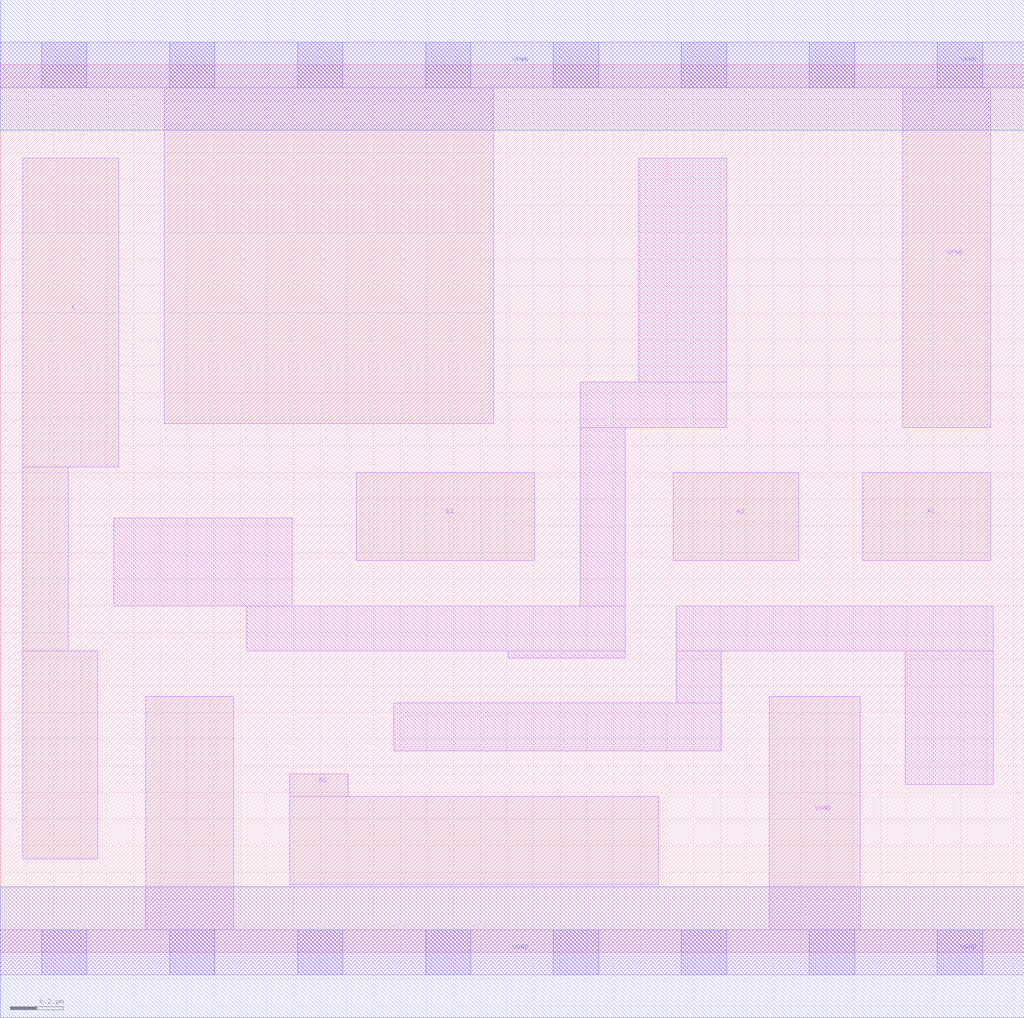
<source format=lef>
# Copyright 2020 The SkyWater PDK Authors
#
# Licensed under the Apache License, Version 2.0 (the "License");
# you may not use this file except in compliance with the License.
# You may obtain a copy of the License at
#
#     https://www.apache.org/licenses/LICENSE-2.0
#
# Unless required by applicable law or agreed to in writing, software
# distributed under the License is distributed on an "AS IS" BASIS,
# WITHOUT WARRANTIES OR CONDITIONS OF ANY KIND, either express or implied.
# See the License for the specific language governing permissions and
# limitations under the License.
#
# SPDX-License-Identifier: Apache-2.0

VERSION 5.7 ;
  NAMESCASESENSITIVE ON ;
  NOWIREEXTENSIONATPIN ON ;
  DIVIDERCHAR "/" ;
  BUSBITCHARS "[]" ;
UNITS
  DATABASE MICRONS 200 ;
END UNITS
MACRO sky130_fd_sc_ls__o22a_1
  CLASS CORE ;
  SOURCE USER ;
  FOREIGN sky130_fd_sc_ls__o22a_1 ;
  ORIGIN  0.000000  0.000000 ;
  SIZE  3.840000 BY  3.330000 ;
  SYMMETRY X Y ;
  SITE unit ;
  PIN A1
    ANTENNAGATEAREA  0.246000 ;
    DIRECTION INPUT ;
    USE SIGNAL ;
    PORT
      LAYER li1 ;
        RECT 3.235000 1.470000 3.715000 1.800000 ;
    END
  END A1
  PIN A2
    ANTENNAGATEAREA  0.246000 ;
    DIRECTION INPUT ;
    USE SIGNAL ;
    PORT
      LAYER li1 ;
        RECT 2.525000 1.470000 2.995000 1.800000 ;
    END
  END A2
  PIN B1
    ANTENNAGATEAREA  0.246000 ;
    DIRECTION INPUT ;
    USE SIGNAL ;
    PORT
      LAYER li1 ;
        RECT 1.335000 1.470000 2.005000 1.800000 ;
    END
  END B1
  PIN B2
    ANTENNAGATEAREA  0.246000 ;
    DIRECTION INPUT ;
    USE SIGNAL ;
    PORT
      LAYER li1 ;
        RECT 1.085000 0.255000 2.470000 0.585000 ;
        RECT 1.085000 0.585000 1.305000 0.670000 ;
    END
  END B2
  PIN X
    ANTENNADIFFAREA  0.541300 ;
    DIRECTION OUTPUT ;
    USE SIGNAL ;
    PORT
      LAYER li1 ;
        RECT 0.085000 0.350000 0.365000 1.130000 ;
        RECT 0.085000 1.130000 0.255000 1.820000 ;
        RECT 0.085000 1.820000 0.445000 2.980000 ;
    END
  END X
  PIN VGND
    DIRECTION INOUT ;
    SHAPE ABUTMENT ;
    USE GROUND ;
    PORT
      LAYER li1 ;
        RECT 0.000000 -0.085000 3.840000 0.085000 ;
        RECT 0.545000  0.085000 0.875000 0.960000 ;
        RECT 2.885000  0.085000 3.225000 0.960000 ;
      LAYER mcon ;
        RECT 0.155000 -0.085000 0.325000 0.085000 ;
        RECT 0.635000 -0.085000 0.805000 0.085000 ;
        RECT 1.115000 -0.085000 1.285000 0.085000 ;
        RECT 1.595000 -0.085000 1.765000 0.085000 ;
        RECT 2.075000 -0.085000 2.245000 0.085000 ;
        RECT 2.555000 -0.085000 2.725000 0.085000 ;
        RECT 3.035000 -0.085000 3.205000 0.085000 ;
        RECT 3.515000 -0.085000 3.685000 0.085000 ;
      LAYER met1 ;
        RECT 0.000000 -0.245000 3.840000 0.245000 ;
    END
  END VGND
  PIN VPWR
    DIRECTION INOUT ;
    SHAPE ABUTMENT ;
    USE POWER ;
    PORT
      LAYER li1 ;
        RECT 0.000000 3.245000 3.840000 3.415000 ;
        RECT 0.615000 1.985000 1.850000 3.245000 ;
        RECT 3.385000 1.970000 3.715000 3.245000 ;
      LAYER mcon ;
        RECT 0.155000 3.245000 0.325000 3.415000 ;
        RECT 0.635000 3.245000 0.805000 3.415000 ;
        RECT 1.115000 3.245000 1.285000 3.415000 ;
        RECT 1.595000 3.245000 1.765000 3.415000 ;
        RECT 2.075000 3.245000 2.245000 3.415000 ;
        RECT 2.555000 3.245000 2.725000 3.415000 ;
        RECT 3.035000 3.245000 3.205000 3.415000 ;
        RECT 3.515000 3.245000 3.685000 3.415000 ;
      LAYER met1 ;
        RECT 0.000000 3.085000 3.840000 3.575000 ;
    END
  END VPWR
  OBS
    LAYER li1 ;
      RECT 0.425000 1.300000 1.095000 1.630000 ;
      RECT 0.925000 1.130000 2.345000 1.300000 ;
      RECT 1.475000 0.755000 2.705000 0.935000 ;
      RECT 1.905000 1.105000 2.345000 1.130000 ;
      RECT 2.175000 1.300000 2.345000 1.970000 ;
      RECT 2.175000 1.970000 2.725000 2.140000 ;
      RECT 2.395000 2.140000 2.725000 2.980000 ;
      RECT 2.535000 0.935000 2.705000 1.130000 ;
      RECT 2.535000 1.130000 3.725000 1.300000 ;
      RECT 3.395000 0.630000 3.725000 1.130000 ;
  END
END sky130_fd_sc_ls__o22a_1

</source>
